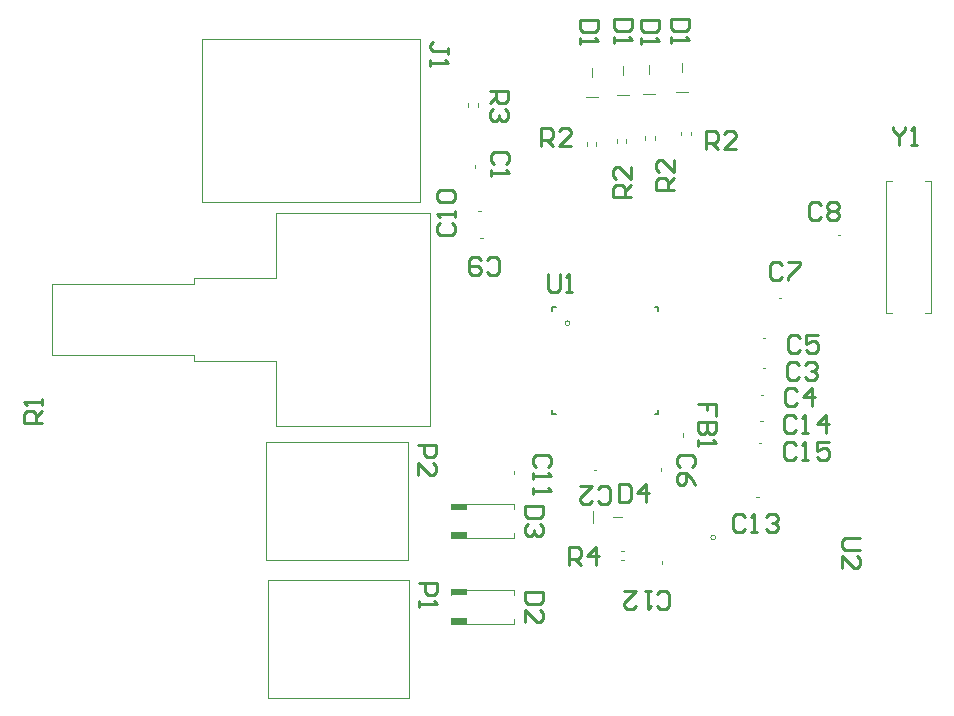
<source format=gto>
%FSLAX44Y44*%
%MOMM*%
G71*
G01*
G75*
G04 Layer_Color=65535*
%ADD10R,1.3000X1.5000*%
%ADD11R,1.1000X1.0000*%
%ADD12R,1.1000X1.0000*%
%ADD13R,2.0000X3.5000*%
%ADD14R,1.0000X1.1000*%
%ADD15R,1.2500X1.1000*%
%ADD16R,1.5000X1.3000*%
%ADD17R,1.0000X1.1000*%
%ADD18R,2.0000X1.2000*%
%ADD19R,5.6000X5.6000*%
%ADD20R,0.7000X0.7500*%
%ADD21R,1.5200X1.6800*%
%ADD22R,0.8400X0.2450*%
%ADD23R,0.2450X0.8400*%
%ADD24R,1.1000X1.2500*%
%ADD25C,0.2540*%
%ADD26C,0.2000*%
%ADD27C,0.5000*%
%ADD28C,0.9000*%
%ADD29C,1.0000*%
%ADD30C,1.2000*%
%ADD31C,1.2700*%
%ADD32C,0.1000*%
%ADD33C,0.0000*%
%ADD34C,0.1270*%
%ADD35R,1.3970X0.4870*%
D25*
X461895Y707520D02*
X464434Y710060D01*
Y715138D01*
X461895Y717677D01*
X451738D01*
X449199Y715138D01*
Y710060D01*
X451738Y707520D01*
X449199Y702442D02*
Y697364D01*
Y699903D01*
X464434D01*
X461895Y702442D01*
X539880Y422025D02*
X542420Y419486D01*
X547498D01*
X550037Y422025D01*
Y432182D01*
X547498Y434721D01*
X542420D01*
X539880Y432182D01*
X524645Y434721D02*
X534802D01*
X524645Y424564D01*
Y422025D01*
X527184Y419486D01*
X532263D01*
X534802Y422025D01*
X709927Y537206D02*
X707387Y539745D01*
X702309D01*
X699770Y537206D01*
Y527049D01*
X702309Y524510D01*
X707387D01*
X709927Y527049D01*
X715005Y537206D02*
X717544Y539745D01*
X722623D01*
X725162Y537206D01*
Y534667D01*
X722623Y532127D01*
X720083D01*
X722623D01*
X725162Y529588D01*
Y527049D01*
X722623Y524510D01*
X717544D01*
X715005Y527049D01*
X708657Y515616D02*
X706117Y518155D01*
X701039D01*
X698500Y515616D01*
Y505459D01*
X701039Y502920D01*
X706117D01*
X708657Y505459D01*
X721353Y502920D02*
Y518155D01*
X713735Y510537D01*
X723892D01*
X711197Y560066D02*
X708658Y562605D01*
X703579D01*
X701040Y560066D01*
Y549909D01*
X703579Y547370D01*
X708658D01*
X711197Y549909D01*
X726432Y562605D02*
X716275D01*
Y554987D01*
X721353Y557527D01*
X723893D01*
X726432Y554987D01*
Y549909D01*
X723893Y547370D01*
X718814D01*
X716275Y549909D01*
X619375Y450980D02*
X621914Y453520D01*
Y458598D01*
X619375Y461137D01*
X609218D01*
X606679Y458598D01*
Y453520D01*
X609218Y450980D01*
X621914Y435745D02*
X619375Y440824D01*
X614296Y445902D01*
X609218D01*
X606679Y443363D01*
Y438284D01*
X609218Y435745D01*
X611757D01*
X614296Y438284D01*
Y445902D01*
X695957Y622296D02*
X693418Y624835D01*
X688339D01*
X685800Y622296D01*
Y612139D01*
X688339Y609600D01*
X693418D01*
X695957Y612139D01*
X701035Y624835D02*
X711192D01*
Y622296D01*
X701035Y612139D01*
Y609600D01*
X728977Y673096D02*
X726438Y675635D01*
X721359D01*
X718820Y673096D01*
Y662939D01*
X721359Y660400D01*
X726438D01*
X728977Y662939D01*
X734055Y673096D02*
X736594Y675635D01*
X741673D01*
X744212Y673096D01*
Y670557D01*
X741673Y668018D01*
X744212Y665478D01*
Y662939D01*
X741673Y660400D01*
X736594D01*
X734055Y662939D01*
Y665478D01*
X736594Y668018D01*
X734055Y670557D01*
Y673096D01*
X736594Y668018D02*
X741673D01*
X445646Y616335D02*
X448186Y613796D01*
X453264D01*
X455803Y616335D01*
Y626492D01*
X453264Y629031D01*
X448186D01*
X445646Y626492D01*
X440568D02*
X438029Y629031D01*
X432950D01*
X430411Y626492D01*
Y616335D01*
X432950Y613796D01*
X438029D01*
X440568Y616335D01*
Y618874D01*
X438029Y621413D01*
X430411D01*
X406404Y657857D02*
X403865Y655318D01*
Y650239D01*
X406404Y647700D01*
X416561D01*
X419100Y650239D01*
Y655318D01*
X416561Y657857D01*
X419100Y662935D02*
Y668013D01*
Y665474D01*
X403865D01*
X406404Y662935D01*
Y675631D02*
X403865Y678170D01*
Y683249D01*
X406404Y685788D01*
X416561D01*
X419100Y683249D01*
Y678170D01*
X416561Y675631D01*
X406404D01*
X497455Y450726D02*
X499994Y453265D01*
Y458344D01*
X497455Y460883D01*
X487298D01*
X484759Y458344D01*
Y453265D01*
X487298Y450726D01*
X484759Y445648D02*
Y440570D01*
Y443109D01*
X499994D01*
X497455Y445648D01*
X484759Y432952D02*
Y427874D01*
Y430413D01*
X499994D01*
X497455Y432952D01*
X590172Y332871D02*
X592711Y330332D01*
X597790D01*
X600329Y332871D01*
Y343028D01*
X597790Y345567D01*
X592711D01*
X590172Y343028D01*
X585094Y345567D02*
X580016D01*
X582555D01*
Y330332D01*
X585094Y332871D01*
X562241Y345567D02*
X572398D01*
X562241Y335410D01*
Y332871D01*
X564781Y330332D01*
X569859D01*
X572398Y332871D01*
X664207Y408936D02*
X661667Y411475D01*
X656589D01*
X654050Y408936D01*
Y398779D01*
X656589Y396240D01*
X661667D01*
X664207Y398779D01*
X669285Y396240D02*
X674363D01*
X671824D01*
Y411475D01*
X669285Y408936D01*
X681981D02*
X684520Y411475D01*
X689598D01*
X692138Y408936D01*
Y406397D01*
X689598Y403857D01*
X687059D01*
X689598D01*
X692138Y401318D01*
Y398779D01*
X689598Y396240D01*
X684520D01*
X681981Y398779D01*
X707387Y492756D02*
X704847Y495295D01*
X699769D01*
X697230Y492756D01*
Y482599D01*
X699769Y480060D01*
X704847D01*
X707387Y482599D01*
X712465Y480060D02*
X717543D01*
X715004D01*
Y495295D01*
X712465Y492756D01*
X732778Y480060D02*
Y495295D01*
X725161Y487677D01*
X735318D01*
X707387Y469896D02*
X704847Y472435D01*
X699769D01*
X697230Y469896D01*
Y459739D01*
X699769Y457200D01*
X704847D01*
X707387Y459739D01*
X712465Y457200D02*
X717543D01*
X715004D01*
Y472435D01*
X712465Y469896D01*
X735318Y472435D02*
X725161D01*
Y464818D01*
X730239Y467357D01*
X732778D01*
X735318Y464818D01*
Y459739D01*
X732778Y457200D01*
X727700D01*
X725161Y459739D01*
X591815Y829310D02*
X576580D01*
Y821693D01*
X579119Y819153D01*
X589276D01*
X591815Y821693D01*
Y829310D01*
X576580Y814075D02*
Y808997D01*
Y811536D01*
X591815D01*
X589276Y814075D01*
X568955Y830580D02*
X553720D01*
Y822962D01*
X556259Y820423D01*
X566416D01*
X568955Y822962D01*
Y830580D01*
X553720Y815345D02*
Y810267D01*
Y812806D01*
X568955D01*
X566416Y815345D01*
X617215Y830580D02*
X601980D01*
Y822962D01*
X604519Y820423D01*
X614676D01*
X617215Y822962D01*
Y830580D01*
X601980Y815345D02*
Y810267D01*
Y812806D01*
X617215D01*
X614676Y815345D01*
X539745Y829310D02*
X524510D01*
Y821693D01*
X527049Y819153D01*
X537206D01*
X539745Y821693D01*
Y829310D01*
X524510Y814075D02*
Y808997D01*
Y811536D01*
X539745D01*
X537206Y814075D01*
X557530Y436875D02*
Y421640D01*
X565148D01*
X567687Y424179D01*
Y434336D01*
X565148Y436875D01*
X557530D01*
X580383Y421640D02*
Y436875D01*
X572765Y429258D01*
X582922D01*
X412872Y800992D02*
Y806071D01*
Y803531D01*
X400176D01*
X397637Y806071D01*
Y808610D01*
X400176Y811149D01*
X397637Y795914D02*
Y790836D01*
Y793375D01*
X412872D01*
X410333Y795914D01*
X388493Y352933D02*
X403728D01*
Y345316D01*
X401189Y342776D01*
X396110D01*
X393571Y345316D01*
Y352933D01*
X388493Y337698D02*
Y332620D01*
Y335159D01*
X403728D01*
X401189Y337698D01*
X387223Y469773D02*
X402458D01*
Y462155D01*
X399919Y459616D01*
X394841D01*
X392301Y462155D01*
Y469773D01*
X387223Y444381D02*
Y454538D01*
X397380Y444381D01*
X399919D01*
X402458Y446920D01*
Y451999D01*
X399919Y454538D01*
X631190Y720090D02*
Y735325D01*
X638807D01*
X641347Y732786D01*
Y727708D01*
X638807Y725168D01*
X631190D01*
X636268D02*
X641347Y720090D01*
X656582D02*
X646425D01*
X656582Y730247D01*
Y732786D01*
X654043Y735325D01*
X648964D01*
X646425Y732786D01*
X604520Y685800D02*
X589285D01*
Y693418D01*
X591824Y695957D01*
X596903D01*
X599442Y693418D01*
Y685800D01*
Y690878D02*
X604520Y695957D01*
Y711192D02*
Y701035D01*
X594363Y711192D01*
X591824D01*
X589285Y708653D01*
Y703574D01*
X591824Y701035D01*
X567690Y679450D02*
X552455D01*
Y687067D01*
X554994Y689607D01*
X560073D01*
X562612Y687067D01*
Y679450D01*
Y684528D02*
X567690Y689607D01*
Y704842D02*
Y694685D01*
X557533Y704842D01*
X554994D01*
X552455Y702303D01*
Y697224D01*
X554994Y694685D01*
X491490Y722630D02*
Y737865D01*
X499108D01*
X501647Y735326D01*
Y730247D01*
X499108Y727708D01*
X491490D01*
X496568D02*
X501647Y722630D01*
X516882D02*
X506725D01*
X516882Y732787D01*
Y735326D01*
X514343Y737865D01*
X509264D01*
X506725Y735326D01*
X448437Y769239D02*
X463672D01*
Y761621D01*
X461133Y759082D01*
X456054D01*
X453515Y761621D01*
Y769239D01*
Y764161D02*
X448437Y759082D01*
X461133Y754004D02*
X463672Y751465D01*
Y746386D01*
X461133Y743847D01*
X458594D01*
X456054Y746386D01*
Y748926D01*
Y746386D01*
X453515Y743847D01*
X450976D01*
X448437Y746386D01*
Y751465D01*
X450976Y754004D01*
X515620Y368300D02*
Y383535D01*
X523237D01*
X525777Y380996D01*
Y375918D01*
X523237Y373378D01*
X515620D01*
X520698D02*
X525777Y368300D01*
X538473D02*
Y383535D01*
X530855Y375918D01*
X541012D01*
X789940Y739135D02*
Y736596D01*
X795018Y731517D01*
X800097Y736596D01*
Y739135D01*
X795018Y731517D02*
Y723900D01*
X805175D02*
X810253D01*
X807714D01*
Y739135D01*
X805175Y736596D01*
X69469Y487807D02*
X54234D01*
Y495424D01*
X56773Y497964D01*
X61852D01*
X64391Y495424D01*
Y487807D01*
Y492885D02*
X69469Y497964D01*
Y503042D02*
Y508120D01*
Y505581D01*
X54234D01*
X56773Y503042D01*
X761868Y391033D02*
X749172D01*
X746633Y388494D01*
Y383415D01*
X749172Y380876D01*
X761868D01*
X746633Y365641D02*
Y375798D01*
X756790Y365641D01*
X759329D01*
X761868Y368180D01*
Y373259D01*
X759329Y375798D01*
X640075Y494033D02*
Y504190D01*
X632458D01*
Y499112D01*
Y504190D01*
X624840D01*
X640075Y488955D02*
X624840D01*
Y481337D01*
X627379Y478798D01*
X629918D01*
X632458Y481337D01*
Y488955D01*
Y481337D01*
X634997Y478798D01*
X637536D01*
X640075Y481337D01*
Y488955D01*
X624840Y473720D02*
Y468642D01*
Y471181D01*
X640075D01*
X637536Y473720D01*
X493644Y345313D02*
X478409D01*
Y337696D01*
X480948Y335156D01*
X491105D01*
X493644Y337696D01*
Y345313D01*
X478409Y319921D02*
Y330078D01*
X488566Y319921D01*
X491105D01*
X493644Y322460D01*
Y327539D01*
X491105Y330078D01*
X493644Y417703D02*
X478409D01*
Y410085D01*
X480948Y407546D01*
X491105D01*
X493644Y410085D01*
Y417703D01*
X491105Y402468D02*
X493644Y399929D01*
Y394850D01*
X491105Y392311D01*
X488566D01*
X486026Y394850D01*
Y397390D01*
Y394850D01*
X483487Y392311D01*
X480948D01*
X478409Y394850D01*
Y399929D01*
X480948Y402468D01*
X497967Y614548D02*
Y601852D01*
X500506Y599313D01*
X505584D01*
X508124Y601852D01*
Y614548D01*
X513202Y599313D02*
X518280D01*
X515741D01*
Y614548D01*
X513202Y612009D01*
D32*
X639540Y391160D02*
G03*
X639540Y391160I-2000J0D01*
G01*
X440350Y645160D02*
X442350D01*
X438810Y668020D02*
X440810D01*
X389570Y675270D02*
Y813270D01*
X204570D02*
X389570D01*
X204570Y675270D02*
Y813270D01*
Y675270D02*
X389570D01*
X438340Y755810D02*
Y758810D01*
X430340Y755810D02*
Y758810D01*
X742830Y647700D02*
X744830D01*
X816610Y581660D02*
X821690D01*
Y693420D01*
X816610D02*
X821690D01*
X783590Y581660D02*
X788670D01*
X783590D02*
Y693420D01*
X788670D01*
X435610Y704240D02*
Y706240D01*
X536600Y448310D02*
X538600D01*
X593090Y447700D02*
Y449700D01*
X535940Y403860D02*
Y414020D01*
X552830Y408940D02*
X560330D01*
X676300Y471170D02*
X678300D01*
X594360Y369230D02*
Y371230D01*
X674030Y425450D02*
X676030D01*
X677570Y490220D02*
X679570D01*
X259070Y471920D02*
X379070D01*
X259070Y371920D02*
X379070D01*
Y471920D01*
X259070Y371920D02*
Y471920D01*
X468630Y445430D02*
Y447430D01*
X559450Y379920D02*
X562450D01*
X559450Y371920D02*
X562450D01*
X260340Y355080D02*
X380340D01*
X260340Y255080D02*
X380340D01*
Y355080D01*
X260340Y255080D02*
Y355080D01*
X267660Y665780D02*
X397660D01*
Y485780D02*
Y665780D01*
X267660Y485780D02*
X397660D01*
X267660D02*
Y540780D01*
Y610780D02*
Y665780D01*
X197660Y610780D02*
X267660D01*
X197660Y605780D02*
Y610780D01*
Y540780D02*
X267660D01*
X197660D02*
Y545780D01*
X77660D02*
X197660D01*
X77660D02*
Y605780D01*
X197660D01*
X612140Y476140D02*
Y479640D01*
X468630Y415290D02*
Y419630D01*
X415290Y415290D02*
Y419630D01*
X468630D01*
Y390630D02*
Y394970D01*
X415290Y390630D02*
X468630D01*
X415290D02*
Y394970D01*
X468630Y342900D02*
Y347240D01*
X415290Y342900D02*
Y347240D01*
X468630D01*
Y318240D02*
Y322580D01*
X415290Y318240D02*
X468630D01*
X415290D02*
Y322580D01*
X538670Y722790D02*
Y725790D01*
X530670Y722790D02*
Y725790D01*
X564070Y725330D02*
Y728330D01*
X556070Y725330D02*
Y728330D01*
X588200Y727870D02*
Y730870D01*
X580200Y727870D02*
Y730870D01*
X529590Y764540D02*
X539750D01*
X534670Y781430D02*
Y788930D01*
X556260Y765810D02*
X566420D01*
X561340Y782700D02*
Y790200D01*
X577850Y767080D02*
X588010D01*
X582930Y783970D02*
Y791470D01*
X605790Y768350D02*
X615950D01*
X610870Y785240D02*
Y792740D01*
X618680Y731680D02*
Y734680D01*
X610680Y731680D02*
Y734680D01*
X679330Y560070D02*
X681330D01*
X679330Y534670D02*
X681330D01*
X678060Y511810D02*
X680060D01*
X693300Y594360D02*
X695300D01*
D33*
X516350Y572770D02*
G03*
X516350Y572770I-2000J0D01*
G01*
D34*
X501100Y496020D02*
Y499020D01*
Y496020D02*
X504100D01*
X591100D02*
Y499020D01*
X588100Y496020D02*
X591100D01*
Y583020D02*
Y586020D01*
X588100D02*
X591100D01*
X501100Y583020D02*
Y586020D01*
X504100D01*
D35*
X422275Y417195D02*
D03*
Y393065D02*
D03*
Y344805D02*
D03*
Y320675D02*
D03*
M02*

</source>
